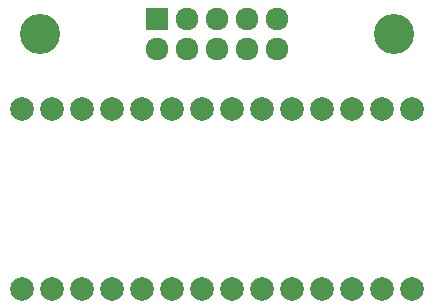
<source format=gts>
%FSLAX34Y34*%
G04 Gerber Fmt 3.4, Leading zero omitted, Abs format*
G04 (created by PCBNEW (2014-04-07 BZR 4791)-product) date ons  9 apr 2014 20:45:43*
%MOIN*%
G01*
G70*
G90*
G04 APERTURE LIST*
%ADD10C,0.005906*%
%ADD11R,0.075874X0.075874*%
%ADD12O,0.075874X0.075874*%
%ADD13C,0.133874*%
%ADD14C,0.078740*%
G04 APERTURE END LIST*
G54D10*
G54D11*
X52724Y-34933D03*
G54D12*
X52724Y-35933D03*
X53724Y-34933D03*
X53724Y-35933D03*
X54724Y-34933D03*
X54724Y-35933D03*
X55724Y-34933D03*
X55724Y-35933D03*
X56724Y-34933D03*
X56724Y-35933D03*
G54D13*
X60629Y-35433D03*
X48818Y-35433D03*
G54D14*
X48236Y-43944D03*
X49236Y-43944D03*
X50236Y-43944D03*
X51236Y-43944D03*
X52236Y-43944D03*
X53236Y-43944D03*
X54236Y-43944D03*
X55236Y-43944D03*
X56236Y-43944D03*
X57236Y-43944D03*
X58236Y-43944D03*
X59236Y-43944D03*
X60236Y-43944D03*
X61236Y-43944D03*
X61236Y-37944D03*
X60236Y-37944D03*
X59236Y-37944D03*
X58236Y-37944D03*
X57236Y-37944D03*
X56236Y-37944D03*
X55236Y-37944D03*
X54236Y-37944D03*
X53236Y-37944D03*
X52236Y-37944D03*
X51236Y-37944D03*
X50236Y-37944D03*
X49236Y-37944D03*
X48236Y-37944D03*
M02*

</source>
